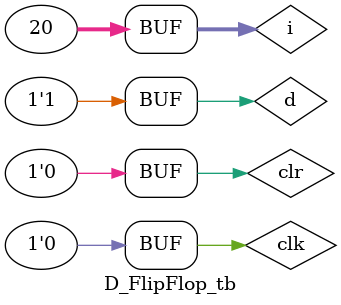
<source format=v>
`timescale 1ns / 1ps
module D_FlipFlop(d,clk,clr,q,qn);
input d,clk,clr;
output reg q;
output reg qn;

always@(posedge clk, negedge clr)
if (clr == 0) begin
q<=0;
qn<=1;
end
else begin
q<=d;
qn<=~d;
end
endmodule

module D_FlipFlop_tb();
reg d=0;
reg clk=0;
reg clr=1;
wire q,qn;
integer i;
D_FlipFlop UUT(.d(d),.clk(clk),.clr(clr),.q(q),.qn(qn));
initial begin
    for(i=0;i<20;i=i+1)begin
    clk=~clk;
    if(i>3 & i<10) d=1;
    if(i==15) clr = 0;
    #10;
    end
end
endmodule
</source>
